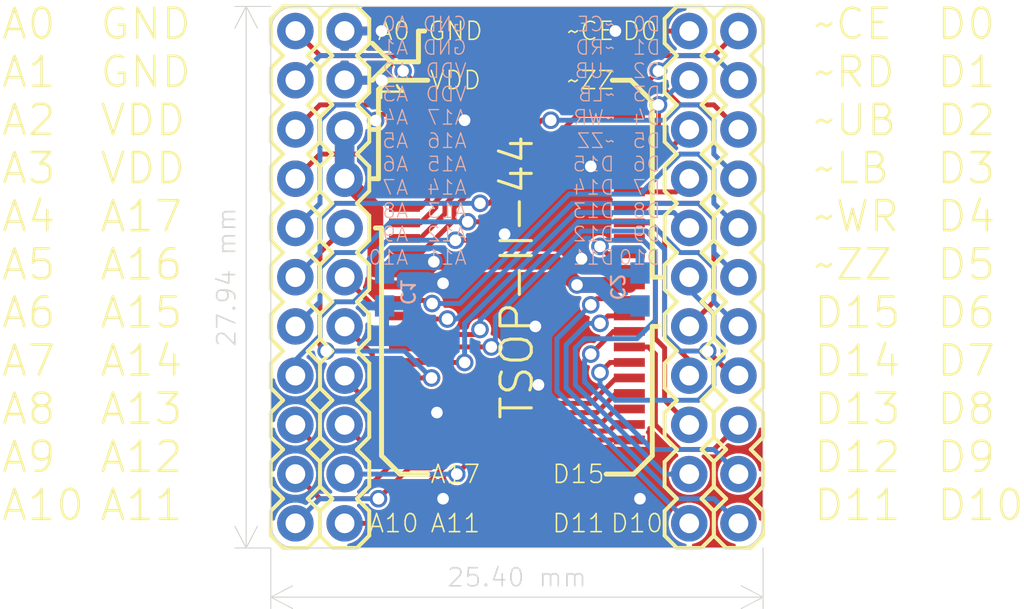
<source format=kicad_pcb>
(kicad_pcb (version 20241229) (generator "pcbnew") (generator_version "9.0")
  (layers (0 "F.Cu" signal) (2 "B.Cu" signal) (13 "F.Paste" user) (15 "B.Paste" user) (5 "F.SilkS" user "F.Silkscreen") (7 "B.SilkS" user "B.Silkscreen") (1 "F.Mask" user) (3 "B.Mask" user) (25 "Edge.Cuts" user))
  (net 0 "")
  (net 1 "GND")
  (net 2 "VDD")
  (net 3 "~{CE}")
  (net 4 "~{UB}")
  (net 5 "~{LB}")
  (net 6 "~{RD}")
  (net 7 "~{WR}")
  (net 8 "~{ZZ}")
  (net 9 "A0")
  (net 10 "A1")
  (net 11 "A2")
  (net 12 "A3")
  (net 13 "A4")
  (net 14 "A5")
  (net 15 "A6")
  (net 16 "A7")
  (net 17 "A8")
  (net 18 "A9")
  (net 19 "A10")
  (net 20 "A11")
  (net 21 "A12")
  (net 22 "A13")
  (net 23 "A14")
  (net 24 "A15")
  (net 25 "A16")
  (net 26 "A17")
  (net 27 "D0")
  (net 28 "D1")
  (net 29 "D2")
  (net 30 "D3")
  (net 31 "D4")
  (net 32 "D5")
  (net 33 "D6")
  (net 34 "D7")
  (net 35 "D8")
  (net 36 "D9")
  (net 37 "D10")
  (net 38 "D11")
  (net 39 "D12")
  (net 40 "D13")
  (net 41 "D14")
  (net 42 "D15")
  (footprint "TSOP-II-44_v3:1X11" (layer "F.Cu") (at 137.0711 92.3036 -90)
    (property "Reference" "LEFT_OUTER0" (hide yes))
    (property "Value" "")
    (pad "1" thru_hole circle (at 0 0) (size 1.8796 1.8796) (drill 1.016) (layers "*.Cu" "*.Mask") (net 9 "A0"))
    (pad "2" thru_hole circle (at 2.54 0) (size 1.8796 1.8796) (drill 1.016) (layers "*.Cu" "*.Mask") (net 10 "A1"))
    (pad "3" thru_hole circle (at 5.08 0) (size 1.8796 1.8796) (drill 1.016) (layers "*.Cu" "*.Mask") (net 11 "A2"))
    (pad "4" thru_hole circle (at 7.62 0) (size 1.8796 1.8796) (drill 1.016) (layers "*.Cu" "*.Mask") (net 12 "A3"))
    (pad "5" thru_hole circle (at 10.16 0) (size 1.8796 1.8796) (drill 1.016) (layers "*.Cu" "*.Mask") (net 13 "A4"))
    (pad "6" thru_hole circle (at 12.7 0) (size 1.8796 1.8796) (drill 1.016) (layers "*.Cu" "*.Mask") (net 14 "A5"))
    (pad "7" thru_hole circle (at 15.24 0) (size 1.8796 1.8796) (drill 1.016) (layers "*.Cu" "*.Mask") (net 15 "A6"))
    (pad "8" thru_hole circle (at 17.78 0) (size 1.8796 1.8796) (drill 1.016) (layers "*.Cu" "*.Mask") (net 16 "A7"))
    (pad "9" thru_hole circle (at 20.32 0) (size 1.8796 1.8796) (drill 1.016) (layers "*.Cu" "*.Mask") (net 17 "A8"))
    (pad "10" thru_hole circle (at 22.86 0) (size 1.8796 1.8796) (drill 1.016) (layers "*.Cu" "*.Mask") (net 18 "A9"))
    (pad "11" thru_hole circle (at 25.4 0) (size 1.8796 1.8796) (drill 1.016) (layers "*.Cu" "*.Mask") (net 19 "A10"))
  )
  (footprint "TSOP-II-44_v3:1X11" (layer "F.Cu") (at 139.6111 92.3036 -90)
    (property "Reference" "LEFT_INNER0" (hide yes))
    (property "Value" "")
    (pad "1" thru_hole circle (at 0 0) (size 1.8796 1.8796) (drill 1.016) (layers "*.Cu" "*.Mask") (net 1 "GND"))
    (pad "2" thru_hole circle (at 2.54 0) (size 1.8796 1.8796) (drill 1.016) (layers "*.Cu" "*.Mask") (net 1 "GND"))
    (pad "3" thru_hole circle (at 5.08 0) (size 1.8796 1.8796) (drill 1.016) (layers "*.Cu" "*.Mask") (net 2 "VDD"))
    (pad "4" thru_hole circle (at 7.62 0) (size 1.8796 1.8796) (drill 1.016) (layers "*.Cu" "*.Mask") (net 2 "VDD"))
    (pad "5" thru_hole circle (at 10.16 0) (size 1.8796 1.8796) (drill 1.016) (layers "*.Cu" "*.Mask") (net 26 "A17"))
    (pad "6" thru_hole circle (at 12.7 0) (size 1.8796 1.8796) (drill 1.016) (layers "*.Cu" "*.Mask") (net 25 "A16"))
    (pad "7" thru_hole circle (at 15.24 0) (size 1.8796 1.8796) (drill 1.016) (layers "*.Cu" "*.Mask") (net 24 "A15"))
    (pad "8" thru_hole circle (at 17.78 0) (size 1.8796 1.8796) (drill 1.016) (layers "*.Cu" "*.Mask") (net 23 "A14"))
    (pad "9" thru_hole circle (at 20.32 0) (size 1.8796 1.8796) (drill 1.016) (layers "*.Cu" "*.Mask") (net 22 "A13"))
    (pad "10" thru_hole circle (at 22.86 0) (size 1.8796 1.8796) (drill 1.016) (layers "*.Cu" "*.Mask") (net 21 "A12"))
    (pad "11" thru_hole circle (at 25.4 0) (size 1.8796 1.8796) (drill 1.016) (layers "*.Cu" "*.Mask") (net 20 "A11"))
  )
  (footprint "TSOP-II-44_v3:1X11" (layer "F.Cu") (at 159.9311 117.7036 90)
    (property "Reference" "RIGHT_OUTER0" (hide yes))
    (property "Value" "")
    (pad "1" thru_hole circle (at 0 0 180) (size 1.8796 1.8796) (drill 1.016) (layers "*.Cu" "*.Mask") (net 37 "D10"))
    (pad "2" thru_hole circle (at 2.54 0 180) (size 1.8796 1.8796) (drill 1.016) (layers "*.Cu" "*.Mask") (net 36 "D9"))
    (pad "3" thru_hole circle (at 5.08 0 180) (size 1.8796 1.8796) (drill 1.016) (layers "*.Cu" "*.Mask") (net 35 "D8"))
    (pad "4" thru_hole circle (at 7.62 0 180) (size 1.8796 1.8796) (drill 1.016) (layers "*.Cu" "*.Mask") (net 34 "D7"))
    (pad "5" thru_hole circle (at 10.16 0 180) (size 1.8796 1.8796) (drill 1.016) (layers "*.Cu" "*.Mask") (net 33 "D6"))
    (pad "6" thru_hole circle (at 12.7 0 180) (size 1.8796 1.8796) (drill 1.016) (layers "*.Cu" "*.Mask") (net 32 "D5"))
    (pad "7" thru_hole circle (at 15.24 0 180) (size 1.8796 1.8796) (drill 1.016) (layers "*.Cu" "*.Mask") (net 31 "D4"))
    (pad "8" thru_hole circle (at 17.78 0 180) (size 1.8796 1.8796) (drill 1.016) (layers "*.Cu" "*.Mask") (net 30 "D3"))
    (pad "9" thru_hole circle (at 20.32 0 180) (size 1.8796 1.8796) (drill 1.016) (layers "*.Cu" "*.Mask") (net 29 "D2"))
    (pad "10" thru_hole circle (at 22.86 0 180) (size 1.8796 1.8796) (drill 1.016) (layers "*.Cu" "*.Mask") (net 28 "D1"))
    (pad "11" thru_hole circle (at 25.4 0 180) (size 1.8796 1.8796) (drill 1.016) (layers "*.Cu" "*.Mask") (net 27 "D0"))
  )
  (footprint "TSOP-II-44_v3:TSOPII-44" (layer "F.Cu") (at 148.5011 105.0036 -90)
    (property "Reference" "TSOP-II-44" (at 0 0 90) (layer "F.SilkS") (effects (font (size 1.61798 1.61798) (thickness 0.16002))))
    (property "Value" "")
    (fp_text user "1" (at -10.2013 7.15 270) (layer "F.SilkS") (effects (font (size 1.143 1.143) (thickness 0.127)) (justify left bottom)))
    (pad "1" smd rect (at -8.4 5.8 270) (size 0.45 1.6) (layers "F.Cu" "F.Mask" "F.Paste") (net 13 "A4"))
    (pad "2" smd rect (at -7.6 5.8 270) (size 0.45 1.6) (layers "F.Cu" "F.Mask" "F.Paste") (net 12 "A3"))
    (pad "3" smd rect (at -6.8 5.8 270) (size 0.45 1.6) (layers "F.Cu" "F.Mask" "F.Paste") (net 11 "A2"))
    (pad "4" smd rect (at -6 5.8 270) (size 0.45 1.6) (layers "F.Cu" "F.Mask" "F.Paste") (net 10 "A1"))
    (pad "5" smd rect (at -5.2 5.8 270) (size 0.45 1.6) (layers "F.Cu" "F.Mask" "F.Paste") (net 9 "A0"))
    (pad "6" smd rect (at -4.4 5.8 270) (size 0.45 1.6) (layers "F.Cu" "F.Mask" "F.Paste") (net 3 "~{CE}"))
    (pad "7" smd rect (at -3.6 5.8 270) (size 0.45 1.6) (layers "F.Cu" "F.Mask" "F.Paste") (net 27 "D0"))
    (pad "8" smd rect (at -2.8 5.8 270) (size 0.45 1.6) (layers "F.Cu" "F.Mask" "F.Paste") (net 28 "D1"))
    (pad "9" smd rect (at -2 5.8 270) (size 0.45 1.6) (layers "F.Cu" "F.Mask" "F.Paste") (net 29 "D2"))
    (pad "10" smd rect (at -1.2 5.8 270) (size 0.45 1.6) (layers "F.Cu" "F.Mask" "F.Paste") (net 30 "D3"))
    (pad "11" smd rect (at -0.4 5.8 270) (size 0.45 1.6) (layers "F.Cu" "F.Mask" "F.Paste") (net 2 "VDD"))
    (pad "12" smd rect (at 0.4 5.8 270) (size 0.45 1.6) (layers "F.Cu" "F.Mask" "F.Paste") (net 1 "GND"))
    (pad "13" smd rect (at 1.2 5.8 270) (size 0.45 1.6) (layers "F.Cu" "F.Mask" "F.Paste") (net 31 "D4"))
    (pad "14" smd rect (at 2 5.8 270) (size 0.45 1.6) (layers "F.Cu" "F.Mask" "F.Paste") (net 32 "D5"))
    (pad "15" smd rect (at 2.8 5.8 270) (size 0.45 1.6) (layers "F.Cu" "F.Mask" "F.Paste") (net 33 "D6"))
    (pad "16" smd rect (at 3.6 5.8 270) (size 0.45 1.6) (layers "F.Cu" "F.Mask" "F.Paste") (net 34 "D7"))
    (pad "17" smd rect (at 4.4 5.8 90) (size 0.45 1.6) (layers "F.Cu" "F.Mask" "F.Paste") (net 7 "~{WR}"))
    (pad "18" smd rect (at 5.2 5.8 90) (size 0.45 1.6) (layers "F.Cu" "F.Mask" "F.Paste") (net 26 "A17"))
    (pad "19" smd rect (at 6 5.8 90) (size 0.45 1.6) (layers "F.Cu" "F.Mask" "F.Paste") (net 25 "A16"))
    (pad "20" smd rect (at 6.8 5.8 90) (size 0.45 1.6) (layers "F.Cu" "F.Mask" "F.Paste") (net 24 "A15"))
    (pad "21" smd rect (at 7.6 5.8 90) (size 0.45 1.6) (layers "F.Cu" "F.Mask" "F.Paste") (net 23 "A14"))
    (pad "22" smd rect (at 8.4 5.8 90) (size 0.45 1.6) (layers "F.Cu" "F.Mask" "F.Paste") (net 22 "A13"))
    (pad "23" smd rect (at 8.4 -5.8 90) (size 0.45 1.6) (layers "F.Cu" "F.Mask" "F.Paste") (net 21 "A12"))
    (pad "24" smd rect (at 7.6 -5.8 90) (size 0.45 1.6) (layers "F.Cu" "F.Mask" "F.Paste") (net 20 "A11"))
    (pad "25" smd rect (at 6.8 -5.8 90) (size 0.45 1.6) (layers "F.Cu" "F.Mask" "F.Paste") (net 19 "A10"))
    (pad "26" smd rect (at 6 -5.8 90) (size 0.45 1.6) (layers "F.Cu" "F.Mask" "F.Paste") (net 18 "A9"))
    (pad "27" smd rect (at 5.2 -5.8 90) (size 0.45 1.6) (layers "F.Cu" "F.Mask" "F.Paste") (net 17 "A8"))
    (pad "28" smd rect (at 4.4 -5.8 90) (size 0.45 1.6) (layers "F.Cu" "F.Mask" "F.Paste") (net 8 "~{ZZ}"))
    (pad "29" smd rect (at 3.6 -5.8 90) (size 0.45 1.6) (layers "F.Cu" "F.Mask" "F.Paste") (net 35 "D8"))
    (pad "30" smd rect (at 2.8 -5.8 90) (size 0.45 1.6) (layers "F.Cu" "F.Mask" "F.Paste") (net 36 "D9"))
    (pad "31" smd rect (at 2 -5.8 90) (size 0.45 1.6) (layers "F.Cu" "F.Mask" "F.Paste") (net 37 "D10"))
    (pad "32" smd rect (at 1.2 -5.8 90) (size 0.45 1.6) (layers "F.Cu" "F.Mask" "F.Paste") (net 38 "D11"))
    (pad "33" smd rect (at 0.4 -5.8 90) (size 0.45 1.6) (layers "F.Cu" "F.Mask" "F.Paste") (net 2 "VDD"))
    (pad "34" smd rect (at -0.4 -5.8 90) (size 0.45 1.6) (layers "F.Cu" "F.Mask" "F.Paste") (net 1 "GND"))
    (pad "35" smd rect (at -1.2 -5.8 90) (size 0.45 1.6) (layers "F.Cu" "F.Mask" "F.Paste") (net 39 "D12"))
    (pad "36" smd rect (at -2 -5.8 90) (size 0.45 1.6) (layers "F.Cu" "F.Mask" "F.Paste") (net 40 "D13"))
    (pad "37" smd rect (at -2.8 -5.8 90) (size 0.45 1.6) (layers "F.Cu" "F.Mask" "F.Paste") (net 41 "D14"))
    (pad "38" smd rect (at -3.6 -5.8 90) (size 0.45 1.6) (layers "F.Cu" "F.Mask" "F.Paste") (net 42 "D15"))
    (pad "39" smd rect (at -4.4 -5.8 270) (size 0.45 1.6) (layers "F.Cu" "F.Mask" "F.Paste") (net 5 "~{LB}"))
    (pad "40" smd rect (at -5.2 -5.8 270) (size 0.45 1.6) (layers "F.Cu" "F.Mask" "F.Paste") (net 4 "~{UB}"))
    (pad "41" smd rect (at -6 -5.8 270) (size 0.45 1.6) (layers "F.Cu" "F.Mask" "F.Paste") (net 6 "~{RD}"))
    (pad "42" smd rect (at -6.8 -5.8 270) (size 0.45 1.6) (layers "F.Cu" "F.Mask" "F.Paste") (net 16 "A7"))
    (pad "43" smd rect (at -7.6 -5.8 270) (size 0.45 1.6) (layers "F.Cu" "F.Mask" "F.Paste") (net 15 "A6"))
    (pad "44" smd rect (at -8.4 -5.8 270) (size 0.45 1.6) (layers "F.Cu" "F.Mask" "F.Paste") (net 14 "A5"))
  )
  (footprint "TSOP-II-44_v3:1X11" (layer "F.Cu") (at 157.3911 117.7036 90)
    (property "Reference" "RIGHT_INNER0" (hide yes))
    (property "Value" "")
    (pad "1" thru_hole circle (at 0 0 180) (size 1.8796 1.8796) (drill 1.016) (layers "*.Cu" "*.Mask") (net 38 "D11"))
    (pad "2" thru_hole circle (at 2.54 0 180) (size 1.8796 1.8796) (drill 1.016) (layers "*.Cu" "*.Mask") (net 39 "D12"))
    (pad "3" thru_hole circle (at 5.08 0 180) (size 1.8796 1.8796) (drill 1.016) (layers "*.Cu" "*.Mask") (net 40 "D13"))
    (pad "4" thru_hole circle (at 7.62 0 180) (size 1.8796 1.8796) (drill 1.016) (layers "*.Cu" "*.Mask") (net 41 "D14"))
    (pad "5" thru_hole circle (at 10.16 0 180) (size 1.8796 1.8796) (drill 1.016) (layers "*.Cu" "*.Mask") (net 42 "D15"))
    (pad "6" thru_hole circle (at 12.7 0 180) (size 1.8796 1.8796) (drill 1.016) (layers "*.Cu" "*.Mask") (net 8 "~{ZZ}"))
    (pad "7" thru_hole circle (at 15.24 0 180) (size 1.8796 1.8796) (drill 1.016) (layers "*.Cu" "*.Mask") (net 7 "~{WR}"))
    (pad "8" thru_hole circle (at 17.78 0 180) (size 1.8796 1.8796) (drill 1.016) (layers "*.Cu" "*.Mask") (net 5 "~{LB}"))
    (pad "9" thru_hole circle (at 20.32 0 180) (size 1.8796 1.8796) (drill 1.016) (layers "*.Cu" "*.Mask") (net 4 "~{UB}"))
    (pad "10" thru_hole circle (at 22.86 0 180) (size 1.8796 1.8796) (drill 1.016) (layers "*.Cu" "*.Mask") (net 6 "~{RD}"))
    (pad "11" thru_hole circle (at 25.4 0 180) (size 1.8796 1.8796) (drill 1.016) (layers "*.Cu" "*.Mask") (net 3 "~{CE}"))
  )
  (footprint "TSOP-II-44_v3:C603" (layer "B.Cu") (at 141.67485 105.6386 -90)
    (property "Reference" "C1" (at -0.635 -1.5875 270) (layer "B.SilkS") (effects (font (size 0.6985 0.6985) (thickness 0.1143)) (justify right top mirror)))
    (property "Value" "")
    (pad "1" smd rect (at -0.85 0 270) (size 1.1 1) (layers "B.Cu" "B.Mask" "B.Paste") (net 2 "VDD"))
    (pad "2" smd rect (at 0.85 0 270) (size 1.1 1) (layers "B.Cu" "B.Mask" "B.Paste") (net 1 "GND"))
  )
  (footprint "TSOP-II-44_v3:C603" (layer "B.Cu") (at 154.8511 105.6386 90)
    (property "Reference" "C2" (at -0.635 -1.5875 270) (layer "B.SilkS") (effects (font (size 0.6985 0.6985) (thickness 0.1143)) (justify left bottom mirror)))
    (property "Value" "")
    (pad "1" smd rect (at -0.85 0 90) (size 1.1 1) (layers "B.Cu" "B.Mask" "B.Paste") (net 2 "VDD"))
    (pad "2" smd rect (at 0.85 0 90) (size 1.1 1) (layers "B.Cu" "B.Mask" "B.Paste") (net 1 "GND"))
  )
  (gr_line (start 143.4211 93.8911) (end 143.4211 92.3036) (stroke (width 0.254)) (layer "F.SilkS"))
  (gr_line (start 155.4861 114.2111) (end 155.4861 107.5436) (stroke (width 0.254)) (layer "F.SilkS"))
  (gr_line (start 155.96235 105.0036) (end 155.4861 105.0036) (stroke (width 0.254)) (layer "F.SilkS"))
  (gr_line (start 155.4861 107.5436) (end 155.8036 107.5436) (stroke (width 0.254)) (layer "F.SilkS"))
  (gr_line (start 141.5161 102.4636) (end 141.1986 102.4636) (stroke (width 0.254)) (layer "F.SilkS"))
  (gr_line (start 141.5161 114.2111) (end 141.5161 102.4636) (stroke (width 0.254)) (layer "F.SilkS"))
  (gr_line (start 142.4686 115.1636) (end 141.5161 114.2111) (stroke (width 0.254)) (layer "F.SilkS"))
  (gr_line (start 141.99235 93.8911) (end 143.4211 93.8911) (stroke (width 0.254)) (layer "F.SilkS"))
  (gr_line (start 153.10485 115.1636) (end 154.5336 115.1636) (stroke (width 0.254)) (layer "F.SilkS"))
  (gr_line (start 141.35735 99.9236) (end 141.35735 97.3836) (stroke (width 0.254)) (layer "F.SilkS"))
  (gr_line (start 141.35735 95.31985) (end 141.8336 94.8436) (stroke (width 0.254)) (layer "F.SilkS"))
  (gr_line (start 141.03985 97.3836) (end 141.35735 97.3836) (stroke (width 0.254)) (layer "F.SilkS"))
  (gr_line (start 154.37485 94.8436) (end 153.42235 94.8436) (stroke (width 0.254)) (layer "F.SilkS"))
  (gr_line (start 141.03985 92.9386) (end 141.99235 93.8911) (stroke (width 0.254)) (layer "F.SilkS"))
  (gr_line (start 155.4861 105.0036) (end 155.4861 95.95485) (stroke (width 0.254)) (layer "F.SilkS"))
  (gr_line (start 141.8336 94.8436) (end 143.89735 94.8436) (stroke (width 0.254)) (layer "F.SilkS"))
  (gr_line (start 141.03985 94.8436) (end 141.99235 93.8911) (stroke (width 0.254)) (layer "F.SilkS"))
  (gr_line (start 143.4211 92.3036) (end 143.7386 92.3036) (stroke (width 0.254)) (layer "F.SilkS"))
  (gr_line (start 154.5336 115.1636) (end 155.4861 114.2111) (stroke (width 0.254)) (layer "F.SilkS"))
  (gr_line (start 143.89735 115.1636) (end 142.4686 115.1636) (stroke (width 0.254)) (layer "F.SilkS"))
  (gr_line (start 141.03985 99.9236) (end 141.35735 99.9236) (stroke (width 0.254)) (layer "F.SilkS"))
  (gr_line (start 141.35735 97.3836) (end 141.35735 95.31985) (stroke (width 0.254)) (layer "F.SilkS"))
  (gr_line (start 155.4861 95.95485) (end 154.37485 94.8436) (stroke (width 0.254)) (layer "F.SilkS"))
  (gr_arc (start 159.9311 91.0336) (mid 160.829126 91.405574) (end 161.2011 92.3036) (stroke (width 0.05)) (layer "Edge.Cuts"))
  (gr_line (start 137.0711 118.9736) (end 159.9311 118.9736) (stroke (width 0.05)) (layer "Edge.Cuts"))
  (gr_line (start 161.2011 117.7036) (end 161.2011 92.3036) (stroke (width 0.05)) (layer "Edge.Cuts"))
  (gr_arc (start 161.2011 117.7036) (mid 160.829126 118.601626) (end 159.9311 118.9736) (stroke (width 0.05)) (layer "Edge.Cuts"))
  (gr_arc (start 137.0711 118.9736) (mid 136.173074 118.601626) (end 135.8011 117.7036) (stroke (width 0.05)) (layer "Edge.Cuts"))
  (gr_arc (start 135.8011 92.3036) (mid 136.173074 91.405574) (end 137.0711 91.0336) (stroke (width 0.05)) (layer "Edge.Cuts"))
  (gr_line (start 135.8011 92.3036) (end 135.8011 117.7036) (stroke (width 0.05)) (layer "Edge.Cuts"))
  (gr_line (start 159.9311 91.0336) (end 137.0711 91.0336) (stroke (width 0.05)) (layer "Edge.Cuts"))
  (gr_text "A0\nA1\nA2\nA3\nA4\nA5\nA6\nA7\nA8\nA9\nA10" (at 121.8311 91.0336 0) (layer "F.SilkS") (effects (font (size 1.542288 1.542288) (thickness 0.134112)) (justify left top)))
  (gr_text "D15" (at 151.6761 115.1636 0) (layer "F.SilkS") (effects (font (size 0.93472 0.93472) (thickness 0.08128))))
  (gr_text "~ZZ" (at 152.3111 94.8436 0) (layer "F.SilkS") (effects (font (size 0.93472 0.93472) (thickness 0.08128))))
  (gr_text "VDD" (at 145.3261 94.8436 0) (layer "F.SilkS") (effects (font (size 0.93472 0.93472) (thickness 0.08128))))
  (gr_text "D0" (at 154.8511 92.3036 0) (layer "F.SilkS") (effects (font (size 0.93472 0.93472) (thickness 0.08128))))
  (gr_text "D0\nD1\nD2\nD3\nD4\nD5\nD6\nD7\nD8\nD9\nD10" (at 170.0911 91.0336 0) (layer "F.SilkS") (effects (font (size 1.542288 1.542288) (thickness 0.134112)) (justify left top)))
  (gr_text "~CE\n~RD\n~UB\n~LB\n~WR\n~ZZ\nD15\nD14\nD13\nD12\nD11" (at 163.7411 91.0336 0) (layer "F.SilkS") (effects (font (size 1.542288 1.542288) (thickness 0.134112)) (justify left top)))
  (gr_text "GND" (at 145.3261 92.3036 0) (layer "F.SilkS") (effects (font (size 0.93472 0.93472) (thickness 0.08128))))
  (gr_text "A11" (at 145.3261 117.7036 0) (layer "F.SilkS") (effects (font (size 0.93472 0.93472) (thickness 0.08128))))
  (gr_text "GND\nGND\nVDD\nVDD\nA17\nA16\nA15\nA14\nA13\nA12\nA11" (at 126.9111 91.0336 0) (layer "F.SilkS") (effects (font (size 1.542288 1.542288) (thickness 0.134112)) (justify left top)))
  (gr_text "A17" (at 145.3261 115.1636 0) (layer "F.SilkS") (effects (font (size 0.93472 0.93472) (thickness 0.08128))))
  (gr_text "D10" (at 154.69235 117.7036 0) (layer "F.SilkS") (effects (font (size 0.93472 0.93472) (thickness 0.08128))))
  (gr_text "D11" (at 151.6761 117.7036 0) (layer "F.SilkS") (effects (font (size 0.93472 0.93472) (thickness 0.08128))))
  (gr_text "A0" (at 142.1511 92.3036 0) (layer "F.SilkS") (effects (font (size 0.93472 0.93472) (thickness 0.08128))))
  (gr_text "~CE" (at 152.3111 92.3036 0) (layer "F.SilkS") (effects (font (size 0.93472 0.93472) (thickness 0.08128))))
  (gr_text "A10" (at 142.1511 117.7036 0) (layer "F.SilkS") (effects (font (size 0.93472 0.93472) (thickness 0.08128))))
  (gr_text "D0\nD1\nD2\nD3\nD4\nD5\nD6\nD7\nD8\nD9\nD10" (at 155.96235 91.50985 -0) (layer "B.SilkS") (effects (font (size 0.747776 0.747776) (thickness 0.065024)) (justify left top mirror)))
  (gr_text "~CE\n~RD\n~UB\n~LB\n~WR\n~ZZ\nD15\nD14\nD13\nD12\nD11" (at 153.5811 91.50985 -0) (layer "B.SilkS") (effects (font (size 0.747776 0.747776) (thickness 0.065024)) (justify left top mirror)))
  (gr_text "A0\nA1\nA2\nA3\nA4\nA5\nA6\nA7\nA8\nA9\nA10" (at 142.94485 91.50985 -0) (layer "B.SilkS") (effects (font (size 0.747776 0.747776) (thickness 0.065024)) (justify left top mirror)))
  (gr_text "GND\nGND\nVDD\nVDD\nA17\nA16\nA15\nA14\nA13\nA12\nA11" (at 145.9611 91.50985 -0) (layer "B.SilkS") (effects (font (size 0.747776 0.747776) (thickness 0.065024)) (justify left top mirror)))
  (dimension (type aligned) (layer "Edge.Cuts") (pts (xy 135.8011 118.9736) (xy 161.2011 118.9736)) (height 2.54) (format (prefix "") (suffix "") (units 2) (units_format 1) (precision 2)) (style (thickness 0.05) (arrow_length 1.27) (text_position_mode 0) (arrow_direction outward) (extension_height 0.58642) (extension_offset 0) (keep_text_aligned yes)) (gr_text "25.40 mm" (at 148.5011 120.4976 0) (layer "Edge.Cuts") (effects (font (size 0.93472 0.93472) (thickness 0.08128)))))
  (dimension (type aligned) (layer "Edge.Cuts") (pts (xy 135.8011 118.9736) (xy 135.8011 91.0336)) (height -1.27) (format (prefix "") (suffix "") (units 2) (units_format 1) (precision 2)) (style (thickness 0.05) (arrow_length 1.27) (text_position_mode 0) (arrow_direction outward) (extension_height 0.58642) (extension_offset 0) (keep_text_aligned yes)) (gr_text "27.94 mm" (at 133.5151 105.0036 90) (layer "Edge.Cuts") (effects (font (size 0.93472 0.93472) (thickness 0.08128)))))
  (via (at 141.5161 94.8436) (size 0.9048) (drill 0.6) (layers "F.Cu" "B.Cu") (net 1))
  (via (at 149.61235 110.55985) (size 0.9048) (drill 0.6) (layers "F.Cu" "B.Cu") (net 1))
  (via (at 145.80235 96.90735) (size 0.9048) (drill 0.6) (layers "F.Cu" "B.Cu") (net 1))
  (via (at 154.8511 116.4336) (size 0.9048) (drill 0.6) (layers "F.Cu" "B.Cu") (net 1))
  (via (at 144.3736 111.9886) (size 0.9048) (drill 0.6) (layers "F.Cu" "B.Cu") (net 1))
  (via (at 153.5811 92.3036) (size 0.9048) (drill 0.6) (layers "F.Cu" "B.Cu") (net 1))
  (via (at 147.8661 102.7811) (size 0.9048) (drill 0.6) (layers "F.Cu" "B.Cu") (net 1))
  (via (at 144.6911 105.3211) (size 0.9048) (drill 0.6) (layers "F.Cu" "B.Cu") (net 1))
  (via (at 149.4536 107.5436) (size 0.9048) (drill 0.6) (layers "F.Cu" "B.Cu") (net 1))
  (via (at 152.3111 99.2886) (size 0.9048) (drill 0.6) (layers "F.Cu" "B.Cu") (net 1))
  (via (at 141.5161 92.3036) (size 0.9048) (drill 0.6) (layers "F.Cu" "B.Cu") (net 1))
  (via (at 144.6911 116.4336) (size 0.9048) (drill 0.6) (layers "F.Cu" "B.Cu") (net 1))
  (via (at 151.83485 104.0511) (size 0.9048) (drill 0.6) (layers "F.Cu" "B.Cu") (net 1))
  (segment (start 144.21485 104.20985) (end 150.4061 104.20985) (width 0.8128) (layer "F.Cu") (net 2))
  (segment (start 141.1986 101.5111) (end 139.6111 99.9236) (width 0.8128) (layer "F.Cu") (net 2))
  (segment (start 154.3011 105.4036) (end 151.59985 105.4036) (width 0.8128) (layer "F.Cu") (net 2))
  (segment (start 141.1986 104.6036) (end 142.7011 104.6036) (width 0.8128) (layer "F.Cu") (net 2))
  (segment (start 143.8211 104.6036) (end 144.21485 104.20985) (width 0.8128) (layer "F.Cu") (net 2))
  (segment (start 141.1986 104.6036) (end 141.1986 101.5111) (width 0.8128) (layer "F.Cu") (net 2))
  (segment (start 142.7011 104.6036) (end 143.8211 104.6036) (width 0.8128) (layer "F.Cu") (net 2))
  (segment (start 150.4061 104.20985) (end 151.59985 105.4036) (width 0.8128) (layer "F.Cu") (net 2))
  (via (at 144.21485 104.20985) (size 0.9048) (drill 0.6) (layers "F.Cu" "B.Cu") (net 2))
  (via (at 151.59985 105.4036) (size 0.9048) (drill 0.6) (layers "F.Cu" "B.Cu") (net 2))
  (segment (start 142.2536 104.20985) (end 144.21485 104.20985) (width 0.8128) (layer "B.Cu") (net 2))
  (segment (start 153.7961 106.4886) (end 152.7111 105.4036) (width 0.8128) (layer "B.Cu") (net 2))
  (segment (start 139.6111 97.3836) (end 139.6111 99.9236) (width 1.016) (layer "B.Cu") (net 2))
  (segment (start 141.67485 104.7886) (end 142.2536 104.20985) (width 0.8128) (layer "B.Cu") (net 2))
  (segment (start 154.8511 106.4886) (end 153.7961 106.4886) (width 0.8128) (layer "B.Cu") (net 2))
  (segment (start 152.7111 105.4036) (end 151.59985 105.4036) (width 0.8128) (layer "B.Cu") (net 2))
  (segment (start 154.5336 93.8911) (end 156.1211 92.3036) (width 0.254) (layer "F.Cu") (net 3))
  (segment (start 150.24735 93.8911) (end 154.5336 93.8911) (width 0.254) (layer "F.Cu") (net 3))
  (segment (start 156.1211 92.3036) (end 157.3911 92.3036) (width 0.254) (layer "F.Cu") (net 3))
  (segment (start 142.7011 100.6036) (end 143.53485 100.6036) (width 0.254) (layer "F.Cu") (net 3))
  (segment (start 143.53485 100.6036) (end 150.24735 93.8911) (width 0.254) (layer "F.Cu") (net 3))
  (segment (start 154.3011 99.8036) (end 154.9711 99.8036) (width 0.254) (layer "F.Cu") (net 4))
  (segment (start 154.9711 99.8036) (end 157.3911 97.3836) (width 0.254) (layer "F.Cu") (net 4))
  (segment (start 154.3011 100.6036) (end 156.7111 100.6036) (width 0.254) (layer "F.Cu") (net 5))
  (segment (start 156.7111 100.6036) (end 157.3911 99.9236) (width 0.254) (layer "F.Cu") (net 5))
  (segment (start 154.3011 99.0036) (end 155.1361 99.0036) (width 0.254) (layer "F.Cu") (net 6))
  (segment (start 155.1361 99.0036) (end 155.8036 98.3361) (width 0.254) (layer "F.Cu") (net 6))
  (segment (start 155.8036 98.3361) (end 155.8036 96.1136) (width 0.254) (layer "F.Cu") (net 6))
  (via (at 155.8036 96.1136) (size 0.9048) (drill 0.6) (layers "F.Cu" "B.Cu") (net 6))
  (segment (start 157.0736 94.8436) (end 157.3911 94.8436) (width 0.254) (layer "B.Cu") (net 6))
  (segment (start 155.8036 96.1136) (end 157.0736 94.8436) (width 0.254) (layer "B.Cu") (net 6))
  (segment (start 145.80235 109.4036) (end 142.7011 109.4036) (width 0.254) (layer "F.Cu") (net 7))
  (via (at 145.80235 109.4036) (size 0.9048) (drill 0.6) (layers "F.Cu" "B.Cu") (net 7))
  (segment (start 151.51735 101.66985) (end 145.80235 107.38485) (width 0.254) (layer "B.Cu") (net 7))
  (segment (start 156.59735 101.66985) (end 157.3911 102.4636) (width 0.254) (layer "B.Cu") (net 7))
  (segment (start 145.80235 107.38485) (end 145.80235 109.4036) (width 0.254) (layer "B.Cu") (net 7))
  (segment (start 151.51735 101.66985) (end 156.59735 101.66985) (width 0.254) (layer "B.Cu") (net 7))
  (segment (start 154.3011 109.4036) (end 153.3086 109.4036) (width 0.254) (layer "F.Cu") (net 8))
  (segment (start 153.3086 109.4036) (end 152.78735 109.92485) (width 0.254) (layer "F.Cu") (net 8))
  (via (at 152.78735 109.92485) (size 0.9048) (drill 0.6) (layers "F.Cu" "B.Cu") (net 8))
  (segment (start 159.13735 108.4961) (end 159.13735 109.1311) (width 0.254) (layer "B.Cu") (net 8))
  (segment (start 157.3911 105.6386) (end 158.6611 106.9086) (width 0.254) (layer "B.Cu") (net 8))
  (segment (start 152.78735 110.55985) (end 152.78735 109.92485) (width 0.254) (layer "B.Cu") (net 8))
  (segment (start 157.3911 105.0036) (end 157.3911 105.6386) (width 0.254) (layer "B.Cu") (net 8))
  (segment (start 158.6611 110.55985) (end 157.86735 111.3536) (width 0.254) (layer "B.Cu") (net 8))
  (segment (start 158.6611 106.9086) (end 158.6611 108.01985) (width 0.254) (layer "B.Cu") (net 8))
  (segment (start 153.5811 111.3536) (end 152.78735 110.55985) (width 0.254) (layer "B.Cu") (net 8))
  (segment (start 158.6611 109.60735) (end 158.6611 110.55985) (width 0.254) (layer "B.Cu") (net 8))
  (segment (start 159.13735 109.1311) (end 158.6611 109.60735) (width 0.254) (layer "B.Cu") (net 8))
  (segment (start 158.6611 108.01985) (end 159.13735 108.4961) (width 0.254) (layer "B.Cu") (net 8))
  (segment (start 157.86735 111.3536) (end 153.5811 111.3536) (width 0.254) (layer "B.Cu") (net 8))
  (segment (start 142.94485 93.5736) (end 138.3411 93.5736) (width 0.254) (layer "F.Cu") (net 9))
  (segment (start 142.7011 99.8036) (end 143.5411 99.8036) (width 0.254) (layer "F.Cu") (net 9))
  (segment (start 143.5411 99.8036) (end 144.84985 98.49485) (width 0.254) (layer "F.Cu") (net 9))
  (segment (start 142.94485 93.5736) (end 144.84985 95.4786) (width 0.254) (layer "F.Cu") (net 9))
  (segment (start 144.84985 95.4786) (end 144.84985 98.49485) (width 0.254) (layer "F.Cu") (net 9))
  (segment (start 138.3411 93.5736) (end 137.0711 92.3036) (width 0.254) (layer "F.Cu") (net 9))
  (segment (start 142.7011 99.0036) (end 143.7061 99.0036) (width 0.254) (layer "F.Cu") (net 10))
  (segment (start 143.7061 99.0036) (end 144.3736 98.3361) (width 0.254) (layer "F.Cu") (net 10))
  (segment (start 144.3736 96.1136) (end 142.62735 94.36735) (width 0.254) (layer "F.Cu") (net 10))
  (segment (start 144.3736 98.3361) (end 144.3736 96.1136) (width 0.254) (layer "F.Cu") (net 10))
  (via (at 142.62735 94.36735) (size 0.9048) (drill 0.6) (layers "F.Cu" "B.Cu") (net 10))
  (segment (start 142.62735 94.36735) (end 141.8336 93.5736) (width 0.254) (layer "B.Cu") (net 10))
  (segment (start 141.8336 93.5736) (end 138.3411 93.5736) (width 0.254) (layer "B.Cu") (net 10))
  (segment (start 138.3411 93.5736) (end 137.0711 94.8436) (width 0.254) (layer "B.Cu") (net 10))
  (segment (start 143.71235 98.2036) (end 143.89735 98.0186) (width 0.254) (layer "F.Cu") (net 11))
  (segment (start 138.3411 96.1136) (end 143.7386 96.1136) (width 0.254) (layer "F.Cu") (net 11))
  (segment (start 142.7011 98.2036) (end 143.71235 98.2036) (width 0.254) (layer "F.Cu") (net 11))
  (segment (start 137.0711 97.3836) (end 138.3411 96.1136) (width 0.254) (layer "F.Cu") (net 11))
  (segment (start 143.7386 96.1136) (end 143.89735 96.27235) (width 0.254) (layer "F.Cu") (net 11))
  (segment (start 143.89735 98.0186) (end 143.89735 96.27235) (width 0.254) (layer "F.Cu") (net 11))
  (segment (start 137.0711 99.9236) (end 138.3411 98.6536) (width 0.254) (layer "F.Cu") (net 12))
  (segment (start 141.97235 97.4036) (end 140.72235 98.6536) (width 0.254) (layer "F.Cu") (net 12))
  (segment (start 138.3411 98.6536) (end 140.72235 98.6536) (width 0.254) (layer "F.Cu") (net 12))
  (segment (start 142.7011 97.4036) (end 141.97235 97.4036) (width 0.254) (layer "F.Cu") (net 12))
  (segment (start 142.7011 96.6036) (end 141.52985 96.6036) (width 0.254) (layer "F.Cu") (net 13))
  (segment (start 141.52985 96.6036) (end 141.21235 96.9211) (width 0.254) (layer "F.Cu") (net 13))
  (via (at 141.21235 96.9211) (size 0.9048) (drill 0.6) (layers "F.Cu" "B.Cu") (net 13))
  (segment (start 138.3411 101.1936) (end 138.3411 96.90735) (width 0.254) (layer "B.Cu") (net 13))
  (segment (start 138.3411 96.90735) (end 139.13485 96.1136) (width 0.254) (layer "B.Cu") (net 13))
  (segment (start 139.13485 96.1136) (end 140.40485 96.1136) (width 0.254) (layer "B.Cu") (net 13))
  (segment (start 137.0711 102.4636) (end 138.3411 101.1936) (width 0.254) (layer "B.Cu") (net 13))
  (segment (start 140.40485 96.1136) (end 141.21235 96.9211) (width 0.254) (layer "B.Cu") (net 13))
  (segment (start 147.07235 101.1936) (end 146.5961 101.1936) (width 0.254) (layer "F.Cu") (net 14))
  (segment (start 151.66235 96.6036) (end 147.07235 101.1936) (width 0.254) (layer "F.Cu") (net 14))
  (segment (start 151.66235 96.6036) (end 154.3011 96.6036) (width 0.254) (layer "F.Cu") (net 14))
  (via (at 146.5961 101.1936) (size 0.9048) (drill 0.6) (layers "F.Cu" "B.Cu") (net 14))
  (segment (start 137.0711 105.0036) (end 138.3411 103.7336) (width 0.254) (layer "B.Cu") (net 14))
  (segment (start 139.13485 101.1936) (end 146.5961 101.1936) (width 0.254) (layer "B.Cu") (net 14))
  (segment (start 138.3411 101.98735) (end 139.13485 101.1936) (width 0.254) (layer "B.Cu") (net 14))
  (segment (start 138.3411 103.7336) (end 138.3411 101.98735) (width 0.254) (layer "B.Cu") (net 14))
  (segment (start 151.49735 97.4036) (end 146.75485 102.1461) (width 0.254) (layer "F.Cu") (net 15))
  (segment (start 151.49735 97.4036) (end 154.3011 97.4036) (width 0.254) (layer "F.Cu") (net 15))
  (segment (start 146.75485 102.1461) (end 145.9611 102.1461) (width 0.254) (layer "F.Cu") (net 15))
  (via (at 145.9611 102.1461) (size 0.9048) (drill 0.6) (layers "F.Cu" "B.Cu") (net 15))
  (segment (start 141.99235 102.1461) (end 145.9611 102.1461) (width 0.254) (layer "B.Cu") (net 15))
  (segment (start 138.3411 104.52735) (end 139.13485 103.7336) (width 0.254) (layer "B.Cu") (net 15))
  (segment (start 140.40485 103.7336) (end 141.99235 102.1461) (width 0.254) (layer "B.Cu") (net 15))
  (segment (start 139.13485 103.7336) (end 140.40485 103.7336) (width 0.254) (layer "B.Cu") (net 15))
  (segment (start 138.3411 106.2736) (end 138.3411 104.52735) (width 0.254) (layer "B.Cu") (net 15))
  (segment (start 137.0711 107.5436) (end 138.3411 106.2736) (width 0.254) (layer "B.Cu") (net 15))
  (segment (start 151.33235 98.2036) (end 154.3011 98.2036) (width 0.254) (layer "F.Cu") (net 16))
  (segment (start 151.33235 98.2036) (end 146.43735 103.0986) (width 0.254) (layer "F.Cu") (net 16))
  (segment (start 146.43735 103.0986) (end 145.3261 103.0986) (width 0.254) (layer "F.Cu") (net 16))
  (via (at 145.3261 103.0986) (size 0.9048) (drill 0.6) (layers "F.Cu" "B.Cu") (net 16))
  (segment (start 138.3411 108.01985) (end 137.0711 109.28985) (width 0.254) (layer "B.Cu") (net 16))
  (segment (start 139.13485 106.2736) (end 140.08735 106.2736) (width 0.254) (layer "B.Cu") (net 16))
  (segment (start 138.3411 107.06735) (end 139.13485 106.2736) (width 0.254) (layer "B.Cu") (net 16))
  (segment (start 141.8336 103.0986) (end 145.3261 103.0986) (width 0.254) (layer "B.Cu") (net 16))
  (segment (start 140.8811 104.0511) (end 141.8336 103.0986) (width 0.254) (layer "B.Cu") (net 16))
  (segment (start 140.08735 106.2736) (end 140.8811 105.47985) (width 0.254) (layer "B.Cu") (net 16))
  (segment (start 138.3411 107.06735) (end 138.3411 108.01985) (width 0.254) (layer "B.Cu") (net 16))
  (segment (start 137.0711 109.28985) (end 137.0711 110.0836) (width 0.254) (layer "B.Cu") (net 16))
  (segment (start 140.8811 105.47985) (end 140.8811 104.0511) (width 0.254) (layer "B.Cu") (net 16))
  (segment (start 154.3011 110.2036) (end 153.61985 110.2036) (width 0.254) (layer "F.Cu") (net 17))
  (segment (start 143.7386 113.8936) (end 138.3411 113.8936) (width 0.254) (layer "F.Cu") (net 17))
  (segment (start 153.61985 110.2036) (end 152.3111 111.51235) (width 0.254) (layer "F.Cu") (net 17))
  (segment (start 152.3111 111.51235) (end 146.11985 111.51235) (width 0.254) (layer "F.Cu") (net 17))
  (segment (start 146.11985 111.51235) (end 143.7386 113.8936) (width 0.254) (layer "F.Cu") (net 17))
  (segment (start 138.3411 113.8936) (end 137.0711 112.6236) (width 0.254) (layer "F.Cu") (net 17))
  (segment (start 153.6136 111.0036) (end 152.6286 111.9886) (width 0.254) (layer "F.Cu") (net 18))
  (segment (start 138.3411 116.4336) (end 137.0711 115.1636) (width 0.254) (layer "F.Cu") (net 18))
  (segment (start 146.2786 111.9886) (end 143.89735 114.36985) (width 0.254) (layer "F.Cu") (net 18))
  (segment (start 152.6286 111.9886) (end 146.2786 111.9886) (width 0.254) (layer "F.Cu") (net 18))
  (segment (start 143.89735 114.36985) (end 142.30985 114.36985) (width 0.254) (layer "F.Cu") (net 18))
  (segment (start 154.3011 111.0036) (end 153.6136 111.0036) (width 0.254) (layer "F.Cu") (net 18))
  (segment (start 140.2461 116.4336) (end 138.3411 116.4336) (width 0.254) (layer "F.Cu") (net 18))
  (segment (start 142.30985 114.36985) (end 140.2461 116.4336) (width 0.254) (layer "F.Cu") (net 18))
  (segment (start 152.9461 112.46485) (end 146.43735 112.46485) (width 0.254) (layer "F.Cu") (net 19))
  (segment (start 153.60735 111.8036) (end 152.9461 112.46485) (width 0.254) (layer "F.Cu") (net 19))
  (segment (start 144.0561 114.8461) (end 142.94485 114.8461) (width 0.254) (layer "F.Cu") (net 19))
  (segment (start 142.94485 114.8461) (end 141.35735 116.4336) (width 0.254) (layer "F.Cu") (net 19))
  (segment (start 146.43735 112.46485) (end 144.0561 114.8461) (width 0.254) (layer "F.Cu") (net 19))
  (segment (start 154.3011 111.8036) (end 153.60735 111.8036) (width 0.254) (layer "F.Cu") (net 19))
  (via (at 141.35735 116.4336) (size 0.9048) (drill 0.6) (layers "F.Cu" "B.Cu") (net 19))
  (segment (start 141.35735 116.4336) (end 138.3411 116.4336) (width 0.254) (layer "B.Cu") (net 19))
  (segment (start 138.3411 116.4336) (end 137.0711 117.7036) (width 0.254) (layer "B.Cu") (net 19))
  (segment (start 141.8336 117.7036) (end 146.5961 112.9411) (width 0.254) (layer "F.Cu") (net 20))
  (segment (start 146.5961 112.9411) (end 153.2636 112.9411) (width 0.254) (layer "F.Cu") (net 20))
  (segment (start 153.6011 112.6036) (end 153.2636 112.9411) (width 0.254) (layer "F.Cu") (net 20))
  (segment (start 154.2811 112.6236) (end 154.3011 112.6036) (width 0.254) (layer "F.Cu") (net 20))
  (segment (start 139.6111 117.7036) (end 141.8336 117.7036) (width 0.254) (layer "F.Cu") (net 20))
  (segment (start 154.3011 112.6036) (end 153.6011 112.6036) (width 0.254) (layer "F.Cu") (net 20))
  (segment (start 147.15735 113.4036) (end 145.39735 115.1636) (width 0.254) (layer "F.Cu") (net 21))
  (segment (start 154.3011 113.4036) (end 147.15735 113.4036) (width 0.254) (layer "F.Cu") (net 21))
  (via (at 145.39735 115.1636) (size 0.9048) (drill 0.6) (layers "F.Cu" "B.Cu") (net 21))
  (segment (start 145.39735 115.1636) (end 139.6111 115.1636) (width 0.254) (layer "B.Cu") (net 21))
  (segment (start 142.7011 113.4036) (end 140.3911 113.4036) (width 0.254) (layer "F.Cu") (net 22))
  (segment (start 140.3911 113.4036) (end 139.6111 112.6236) (width 0.254) (layer "F.Cu") (net 22))
  (segment (start 141.97235 112.6036) (end 139.6111 110.24235) (width 0.254) (layer "F.Cu") (net 23))
  (segment (start 142.7011 112.6036) (end 141.97235 112.6036) (width 0.254) (layer "F.Cu") (net 23))
  (segment (start 139.6111 110.24235) (end 139.6111 110.0836) (width 0.254) (layer "F.Cu") (net 23))
  (segment (start 141.03985 108.97235) (end 139.6111 107.5436) (width 0.254) (layer "F.Cu") (net 24))
  (segment (start 142.7011 111.8036) (end 141.80735 111.8036) (width 0.254) (layer "F.Cu") (net 24))
  (segment (start 141.03985 111.0361) (end 141.03985 108.97235) (width 0.254) (layer "F.Cu") (net 24))
  (segment (start 141.80735 111.8036) (end 141.03985 111.0361) (width 0.254) (layer "F.Cu") (net 24))
  (segment (start 142.7011 111.0036) (end 141.64235 111.0036) (width 0.254) (layer "F.Cu") (net 25))
  (segment (start 141.5161 106.9086) (end 139.6111 105.0036) (width 0.254) (layer "F.Cu") (net 25))
  (segment (start 141.5161 110.87735) (end 141.5161 106.9086) (width 0.254) (layer "F.Cu") (net 25))
  (segment (start 141.64235 111.0036) (end 141.5161 110.87735) (width 0.254) (layer "F.Cu") (net 25))
  (segment (start 142.7011 110.2036) (end 144.09485 110.2036) (width 0.254) (layer "F.Cu") (net 26))
  (segment (start 139.6111 102.4636) (end 138.3411 103.7336) (width 0.254) (layer "F.Cu") (net 26))
  (segment (start 138.3411 108.4961) (end 138.6586 108.8136) (width 0.254) (layer "F.Cu") (net 26))
  (segment (start 138.3411 103.7336) (end 138.3411 108.4961) (width 0.254) (layer "F.Cu") (net 26))
  (via (at 138.6586 108.8136) (size 0.9048) (drill 0.6) (layers "F.Cu" "B.Cu") (net 26))
  (via (at 144.09485 110.2036) (size 0.9048) (drill 0.6) (layers "F.Cu" "B.Cu") (net 26))
  (segment (start 142.70485 108.8136) (end 144.09485 110.2036) (width 0.254) (layer "B.Cu") (net 26))
  (segment (start 138.6586 108.8136) (end 142.70485 108.8136) (width 0.254) (layer "B.Cu") (net 26))
  (segment (start 150.4061 94.36735) (end 154.69235 94.36735) (width 0.254) (layer "F.Cu") (net 27))
  (segment (start 143.5286 101.4036) (end 142.7011 101.4036) (width 0.254) (layer "F.Cu") (net 27))
  (segment (start 154.69235 94.36735) (end 155.4861 93.5736) (width 0.254) (layer "F.Cu") (net 27))
  (segment (start 143.89735 100.8761) (end 143.89735 101.03485) (width 0.254) (layer "F.Cu") (net 27))
  (segment (start 155.4861 93.5736) (end 158.6611 93.5736) (width 0.254) (layer "F.Cu") (net 27))
  (segment (start 143.89735 101.03485) (end 143.5286 101.4036) (width 0.254) (layer "F.Cu") (net 27))
  (segment (start 159.9311 92.3036) (end 158.6611 93.5736) (width 0.254) (layer "F.Cu") (net 27))
  (segment (start 150.4061 94.36735) (end 143.89735 100.8761) (width 0.254) (layer "F.Cu") (net 27))
  (segment (start 143.52235 102.2036) (end 142.7011 102.2036) (width 0.254) (layer "F.Cu") (net 28))
  (segment (start 150.56485 94.8436) (end 155.32735 94.8436) (width 0.254) (layer "F.Cu") (net 28))
  (segment (start 144.3161 101.40985) (end 144.3161 101.09235) (width 0.254) (layer "F.Cu") (net 28))
  (segment (start 155.32735 94.8436) (end 155.8036 94.36735) (width 0.254) (layer "F.Cu") (net 28))
  (segment (start 143.52235 102.2036) (end 144.3161 101.40985) (width 0.254) (layer "F.Cu") (net 28))
  (segment (start 150.56485 94.8436) (end 144.3161 101.09235) (width 0.254) (layer "F.Cu") (net 28))
  (via (at 155.8036 94.36735) (size 0.9048) (drill 0.6) (layers "F.Cu" "B.Cu") (net 28))
  (segment (start 158.6611 93.5736) (end 159.9311 94.8436) (width 0.254) (layer "B.Cu") (net 28))
  (segment (start 156.59735 93.5736) (end 158.6611 93.5736) (width 0.254) (layer "B.Cu") (net 28))
  (segment (start 155.8036 94.36735) (end 156.59735 93.5736) (width 0.254) (layer "B.Cu") (net 28))
  (segment (start 158.6611 96.1136) (end 156.91485 96.1136) (width 0.254) (layer "F.Cu") (net 29))
  (segment (start 143.5161 103.0036) (end 142.7011 103.0036) (width 0.254) (layer "F.Cu") (net 29))
  (segment (start 144.7861 101.7336) (end 144.7861 101.25735) (width 0.254) (layer "F.Cu") (net 29))
  (segment (start 144.7861 101.7336) (end 143.5161 103.0036) (width 0.254) (layer "F.Cu") (net 29))
  (segment (start 158.6611 96.1136) (end 159.9311 97.3836) (width 0.254) (layer "F.Cu") (net 29))
  (segment (start 156.91485 96.1136) (end 156.1211 95.31985) (width 0.254) (layer "F.Cu") (net 29))
  (segment (start 150.7236 95.31985) (end 144.7861 101.25735) (width 0.254) (layer "F.Cu") (net 29))
  (segment (start 156.1211 95.31985) (end 150.7236 95.31985) (width 0.254) (layer "F.Cu") (net 29))
  (segment (start 145.2561 101.42235) (end 149.7711 96.90735) (width 0.254) (layer "F.Cu") (net 30))
  (segment (start 145.2561 101.42235) (end 145.2561 102.05735) (width 0.254) (layer "F.Cu") (net 30))
  (segment (start 145.2561 102.05735) (end 143.50985 103.8036) (width 0.254) (layer "F.Cu") (net 30))
  (segment (start 143.50985 103.8036) (end 142.7011 103.8036) (width 0.254) (layer "F.Cu") (net 30))
  (segment (start 149.7711 96.90735) (end 150.24735 96.90735) (width 0.254) (layer "F.Cu") (net 30))
  (via (at 150.24735 96.90735) (size 0.9048) (drill 0.6) (layers "F.Cu" "B.Cu") (net 30))
  (segment (start 156.1211 96.90735) (end 150.24735 96.90735) (width 0.254) (layer "B.Cu") (net 30))
  (segment (start 157.86735 96.1136) (end 156.91485 96.1136) (width 0.254) (layer "B.Cu") (net 30))
  (segment (start 159.9311 99.9236) (end 158.6611 98.6536) (width 0.254) (layer "B.Cu") (net 30))
  (segment (start 158.6611 96.90735) (end 157.86735 96.1136) (width 0.254) (layer "B.Cu") (net 30))
  (segment (start 158.6611 98.6536) (end 158.6611 96.90735) (width 0.254) (layer "B.Cu") (net 30))
  (segment (start 156.91485 96.1136) (end 156.1211 96.90735) (width 0.254) (layer "B.Cu") (net 30))
  (segment (start 142.7011 106.2036) (end 143.96735 106.2036) (width 0.254) (layer "F.Cu") (net 31))
  (segment (start 143.96735 106.2036) (end 144.1261 106.36235) (width 0.254) (layer "F.Cu") (net 31))
  (via (at 144.1261 106.36235) (size 0.9048) (drill 0.6) (layers "F.Cu" "B.Cu") (net 31))
  (segment (start 145.55485 106.36235) (end 144.1261 106.36235) (width 0.254) (layer "B.Cu") (net 31))
  (segment (start 158.6611 99.44735) (end 157.86735 98.6536) (width 0.254) (layer "B.Cu") (net 31))
  (segment (start 151.19985 100.71735) (end 145.55485 106.36235) (width 0.254) (layer "B.Cu") (net 31))
  (segment (start 158.6611 101.1936) (end 158.6611 99.44735) (width 0.254) (layer "B.Cu") (net 31))
  (segment (start 159.9311 102.4636) (end 158.6611 101.1936) (width 0.254) (layer "B.Cu") (net 31))
  (segment (start 157.86735 98.6536) (end 156.91485 98.6536) (width 0.254) (layer "B.Cu") (net 31))
  (segment (start 154.8511 100.71735) (end 151.19985 100.71735) (width 0.254) (layer "B.Cu") (net 31))
  (segment (start 156.91485 98.6536) (end 154.8511 100.71735) (width 0.254) (layer "B.Cu") (net 31))
  (segment (start 142.7011 107.0036) (end 142.85985 107.16235) (width 0.254) (layer "F.Cu") (net 32))
  (segment (start 142.85985 107.16235) (end 144.9136 107.16235) (width 0.254) (layer "F.Cu") (net 32))
  (via (at 144.9136 107.16235) (size 0.9048) (drill 0.6) (layers "F.Cu" "B.Cu") (net 32))
  (segment (start 158.6611 103.7336) (end 158.6611 101.98735) (width 0.254) (layer "B.Cu") (net 32))
  (segment (start 157.86735 101.1936) (end 151.3586 101.1936) (width 0.254) (layer "B.Cu") (net 32))
  (segment (start 145.38985 107.16235) (end 144.9136 107.16235) (width 0.254) (layer "B.Cu") (net 32))
  (segment (start 158.6611 101.98735) (end 157.86735 101.1936) (width 0.254) (layer "B.Cu") (net 32))
  (segment (start 159.9311 105.0036) (end 158.6611 103.7336) (width 0.254) (layer "B.Cu") (net 32))
  (segment (start 151.3586 101.1936) (end 145.38985 107.16235) (width 0.254) (layer "B.Cu") (net 32))
  (segment (start 142.7011 107.8036) (end 143.52235 107.8036) (width 0.254) (layer "F.Cu") (net 33))
  (segment (start 143.6811 107.96235) (end 146.3361 107.96235) (width 0.254) (layer "F.Cu") (net 33))
  (segment (start 143.52235 107.8036) (end 143.6811 107.96235) (width 0.254) (layer "F.Cu") (net 33))
  (segment (start 146.3361 107.96235) (end 146.5961 107.70235) (width 0.254) (layer "F.Cu") (net 33))
  (via (at 146.5961 107.70235) (size 0.9048) (drill 0.6) (layers "F.Cu" "B.Cu") (net 33))
  (segment (start 158.6611 106.2736) (end 158.6611 104.52735) (width 0.254) (layer "B.Cu") (net 33))
  (segment (start 156.91485 103.7336) (end 155.32735 102.1461) (width 0.254) (layer "B.Cu") (net 33))
  (segment (start 155.32735 102.1461) (end 151.6761 102.1461) (width 0.254) (layer "B.Cu") (net 33))
  (segment (start 157.86735 103.7336) (end 156.91485 103.7336) (width 0.254) (layer "B.Cu") (net 33))
  (segment (start 146.5961 107.2261) (end 146.5961 107.70235) (width 0.254) (layer "B.Cu") (net 33))
  (segment (start 159.9311 107.5436) (end 158.6611 106.2736) (width 0.254) (layer "B.Cu") (net 33))
  (segment (start 158.6611 104.52735) (end 157.86735 103.7336) (width 0.254) (layer "B.Cu") (net 33))
  (segment (start 151.6761 102.1461) (end 146.5961 107.2261) (width 0.254) (layer "B.Cu") (net 33))
  (segment (start 159.6136 110.0836) (end 158.3436 108.8136) (width 0.254) (layer "F.Cu") (net 34))
  (segment (start 159.9311 110.0836) (end 159.6136 110.0836) (width 0.254) (layer "F.Cu") (net 34))
  (segment (start 147.17985 108.6036) (end 142.7011 108.6036) (width 0.254) (layer "F.Cu") (net 34))
  (via (at 158.3436 108.8136) (size 0.9048) (drill 0.6) (layers "F.Cu" "B.Cu") (net 34))
  (via (at 147.17985 108.6036) (size 0.9048) (drill 0.6) (layers "F.Cu" "B.Cu") (net 34))
  (segment (start 155.1686 102.62235) (end 151.83485 102.62235) (width 0.254) (layer "B.Cu") (net 34))
  (segment (start 156.1211 103.57485) (end 155.1686 102.62235) (width 0.254) (layer "B.Cu") (net 34))
  (segment (start 158.3436 108.8136) (end 156.91485 108.8136) (width 0.254) (layer "B.Cu") (net 34))
  (segment (start 156.91485 108.8136) (end 156.1211 108.01985) (width 0.254) (layer "B.Cu") (net 34))
  (segment (start 151.83485 102.62235) (end 147.38985 107.06735) (width 0.254) (layer "B.Cu") (net 34))
  (segment (start 156.1211 108.01985) (end 156.1211 103.57485) (width 0.254) (layer "B.Cu") (net 34))
  (segment (start 147.38985 108.3936) (end 147.17985 108.6036) (width 0.254) (layer "B.Cu") (net 34))
  (segment (start 147.38985 107.06735) (end 147.38985 108.3936) (width 0.254) (layer "B.Cu") (net 34))
  (segment (start 154.3011 108.6036) (end 155.2761 108.6036) (width 0.254) (layer "F.Cu") (net 35))
  (segment (start 158.6611 113.8936) (end 159.9311 112.6236) (width 0.254) (layer "F.Cu") (net 35))
  (segment (start 156.91485 113.8936) (end 158.6611 113.8936) (width 0.254) (layer "F.Cu") (net 35))
  (segment (start 155.64485 108.97235) (end 155.64485 112.6236) (width 0.254) (layer "F.Cu") (net 35))
  (segment (start 155.64485 112.6236) (end 156.91485 113.8936) (width 0.254) (layer "F.Cu") (net 35))
  (segment (start 155.2761 108.6036) (end 155.64485 108.97235) (width 0.254) (layer "F.Cu") (net 35))
  (segment (start 154.3011 107.8036) (end 153.47985 107.8036) (width 0.254) (layer "F.Cu") (net 36))
  (segment (start 153.47985 107.8036) (end 152.3111 108.97235) (width 0.254) (layer "F.Cu") (net 36))
  (via (at 152.3111 108.97235) (size 0.9048) (drill 0.6) (layers "F.Cu" "B.Cu") (net 36))
  (segment (start 159.9311 115.1636) (end 158.6611 113.8936) (width 0.254) (layer "B.Cu") (net 36))
  (segment (start 151.9936 109.28985) (end 152.3111 108.97235) (width 0.254) (layer "B.Cu") (net 36))
  (segment (start 151.9936 110.4011) (end 151.9936 109.28985) (width 0.254) (layer "B.Cu") (net 36))
  (segment (start 158.6611 113.8936) (end 155.4861 113.8936) (width 0.254) (layer "B.Cu") (net 36))
  (segment (start 155.4861 113.8936) (end 151.9936 110.4011) (width 0.254) (layer "B.Cu") (net 36))
  (segment (start 153.19985 107.0036) (end 152.78735 107.38485) (width 0.254) (layer "F.Cu") (net 37))
  (segment (start 154.3011 107.0036) (end 153.19985 107.0036) (width 0.254) (layer "F.Cu") (net 37))
  (via (at 152.78735 107.38485) (size 0.9048) (drill 0.6) (layers "F.Cu" "B.Cu") (net 37))
  (segment (start 158.6611 116.4336) (end 159.9311 117.7036) (width 0.254) (layer "B.Cu") (net 37))
  (segment (start 152.15235 107.38485) (end 152.78735 107.38485) (width 0.254) (layer "B.Cu") (net 37))
  (segment (start 151.0411 110.7186) (end 151.0411 108.4961) (width 0.254) (layer "B.Cu") (net 37))
  (segment (start 156.7561 116.4336) (end 158.6611 116.4336) (width 0.254) (layer "B.Cu") (net 37))
  (segment (start 151.0411 108.4961) (end 152.15235 107.38485) (width 0.254) (layer "B.Cu") (net 37))
  (segment (start 151.0411 110.7186) (end 156.7561 116.4336) (width 0.254) (layer "B.Cu") (net 37))
  (segment (start 152.6286 106.11485) (end 152.3111 106.43235) (width 0.254) (layer "F.Cu") (net 38))
  (segment (start 154.3011 106.2036) (end 154.21235 106.11485) (width 0.254) (layer "F.Cu") (net 38))
  (segment (start 154.21235 106.11485) (end 152.6286 106.11485) (width 0.254) (layer "F.Cu") (net 38))
  (via (at 152.3111 106.43235) (size 0.9048) (drill 0.6) (layers "F.Cu" "B.Cu") (net 38))
  (segment (start 157.3911 117.7036) (end 150.56485 110.87735) (width 0.254) (layer "B.Cu") (net 38))
  (segment (start 150.56485 110.87735) (end 150.56485 108.1786) (width 0.254) (layer "B.Cu") (net 38))
  (segment (start 150.56485 108.1786) (end 152.3111 106.43235) (width 0.254) (layer "B.Cu") (net 38))
  (segment (start 153.17485 103.8036) (end 152.78735 103.4161) (width 0.254) (layer "F.Cu") (net 39))
  (segment (start 154.3011 103.8036) (end 153.17485 103.8036) (width 0.254) (layer "F.Cu") (net 39))
  (via (at 152.78735 103.4161) (size 0.9048) (drill 0.6) (layers "F.Cu" "B.Cu") (net 39))
  (segment (start 157.3911 115.1636) (end 156.1211 115.1636) (width 0.254) (layer "B.Cu") (net 39))
  (segment (start 155.64485 103.7336) (end 155.00985 103.0986) (width 0.254) (layer "B.Cu") (net 39))
  (segment (start 155.64485 107.2261) (end 155.64485 103.7336) (width 0.254) (layer "B.Cu") (net 39))
  (segment (start 153.10485 103.0986) (end 155.00985 103.0986) (width 0.254) (layer "B.Cu") (net 39))
  (segment (start 151.51735 108.65485) (end 151.9936 108.1786) (width 0.254) (layer "B.Cu") (net 39))
  (segment (start 151.51735 110.55985) (end 151.51735 108.65485) (width 0.254) (layer "B.Cu") (net 39))
  (segment (start 156.1211 115.1636) (end 151.51735 110.55985) (width 0.254) (layer "B.Cu") (net 39))
  (segment (start 151.9936 108.1786) (end 154.69235 108.1786) (width 0.254) (layer "B.Cu") (net 39))
  (segment (start 152.78735 103.4161) (end 153.10485 103.0986) (width 0.254) (layer "B.Cu") (net 39))
  (segment (start 154.69235 108.1786) (end 155.64485 107.2261) (width 0.254) (layer "B.Cu") (net 39))
  (segment (start 155.64485 103.7336) (end 155.64485 108.1786) (width 0.254) (layer "F.Cu") (net 40))
  (segment (start 156.1211 108.65485) (end 156.1211 111.3536) (width 0.254) (layer "F.Cu") (net 40))
  (segment (start 154.3011 103.0036) (end 154.91485 103.0036) (width 0.254) (layer "F.Cu") (net 40))
  (segment (start 154.91485 103.0036) (end 155.64485 103.7336) (width 0.254) (layer "F.Cu") (net 40))
  (segment (start 155.64485 108.1786) (end 156.1211 108.65485) (width 0.254) (layer "F.Cu") (net 40))
  (segment (start 156.1211 111.3536) (end 157.3911 112.6236) (width 0.254) (layer "F.Cu") (net 40))
  (segment (start 157.3911 109.28985) (end 156.1211 108.01985) (width 0.254) (layer "F.Cu") (net 41))
  (segment (start 156.1211 108.01985) (end 156.1211 102.93985) (width 0.254) (layer "F.Cu") (net 41))
  (segment (start 156.1211 102.93985) (end 155.38485 102.2036) (width 0.254) (layer "F.Cu") (net 41))
  (segment (start 157.3911 110.0836) (end 157.3911 109.28985) (width 0.254) (layer "F.Cu") (net 41))
  (segment (start 155.38485 102.2036) (end 154.3011 102.2036) (width 0.254) (layer "F.Cu") (net 41))
  (segment (start 154.3011 101.4036) (end 155.11735 101.4036) (width 0.254) (layer "F.Cu") (net 42))
  (segment (start 155.32735 101.1936) (end 157.86735 101.1936) (width 0.254) (layer "F.Cu") (net 42))
  (segment (start 158.6611 101.98735) (end 157.86735 101.1936) (width 0.254) (layer "F.Cu") (net 42))
  (segment (start 158.6611 106.2736) (end 157.3911 107.5436) (width 0.254) (layer "F.Cu") (net 42))
  (segment (start 155.11735 101.4036) (end 155.32735 101.1936) (width 0.254) (layer "F.Cu") (net 42))
  (segment (start 158.6611 101.98735) (end 158.6611 106.2736) (width 0.254) (layer "F.Cu") (net 42))
  (zone (net 1) (net_name "GND") (layer "F.Cu") (priority 6) (connect_pads (clearance 0.000001)) (min_thickness 0.2032) (fill yes (thermal_gap 0.4564) (thermal_bridge_width 0.4564))
    (polygon (pts (xy 161.4043 119.1768) (xy 135.5979 119.1768) (xy 135.5979 90.8304) (xy 161.4043 90.8304)))
  )
  (zone (net 1) (net_name "GND") (layer "B.Cu") (priority 6) (connect_pads (clearance 0.000001)) (min_thickness 0.2032) (fill yes (thermal_gap 0.4564) (thermal_bridge_width 0.4564))
    (polygon (pts (xy 161.4043 119.1768) (xy 135.5979 119.1768) (xy 135.5979 90.8304) (xy 161.4043 90.8304)))
  )
)
</source>
